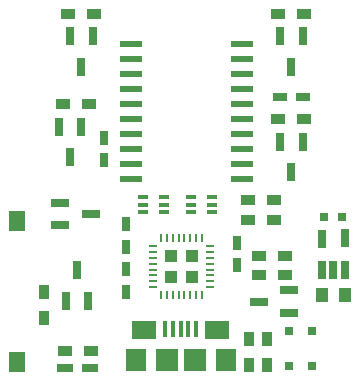
<source format=gbp>
G04 #@! TF.FileFunction,Paste,Bot*
%FSLAX46Y46*%
G04 Gerber Fmt 4.6, Leading zero omitted, Abs format (unit mm)*
G04 Created by KiCad (PCBNEW 4.0.2+dfsg1-stable) date Sun 13 Aug 2017 19:16:48 AEST*
%MOMM*%
G01*
G04 APERTURE LIST*
%ADD10C,0.100000*%
%ADD11R,0.650000X1.560000*%
%ADD12R,0.800000X1.500000*%
%ADD13R,1.200000X0.900000*%
%ADD14R,1.200000X0.750000*%
%ADD15R,0.750000X1.200000*%
%ADD16R,1.000000X1.250000*%
%ADD17R,0.800000X0.750000*%
%ADD18R,0.900000X1.200000*%
%ADD19R,1.500000X0.800000*%
%ADD20R,0.700000X0.650000*%
%ADD21R,1.400000X1.800000*%
%ADD22R,1.950000X0.600000*%
%ADD23R,0.250000X0.700000*%
%ADD24R,0.700000X0.250000*%
%ADD25R,1.035000X1.035000*%
%ADD26R,0.900000X0.300000*%
%ADD27R,1.397000X0.797560*%
%ADD28R,1.900000X1.900000*%
%ADD29R,1.800000X1.900000*%
%ADD30R,0.400000X1.350000*%
%ADD31R,2.100000X1.600000*%
G04 APERTURE END LIST*
D10*
D11*
X217866000Y-117886511D03*
X216916000Y-117886511D03*
X215966000Y-117886511D03*
X215966000Y-115286511D03*
X217866000Y-115186511D03*
D12*
X196149000Y-120553000D03*
X194249000Y-120553000D03*
X195199000Y-117953000D03*
D13*
X196680000Y-96266000D03*
X194480000Y-96266000D03*
X196215000Y-103886000D03*
X194015000Y-103886000D03*
X214460000Y-105156000D03*
X212260000Y-105156000D03*
X214460000Y-96266000D03*
X212260000Y-96266000D03*
D14*
X214310000Y-103251000D03*
X212410000Y-103251000D03*
D15*
X197485000Y-108646000D03*
X197485000Y-106746000D03*
X208788000Y-115636000D03*
X208788000Y-117536000D03*
X199390000Y-114051000D03*
X199390000Y-115951000D03*
D16*
X217940231Y-120015000D03*
X215940231Y-120015000D03*
D15*
X199390000Y-119756000D03*
X199390000Y-117856000D03*
D17*
X217666000Y-113411000D03*
X216166000Y-113411000D03*
D13*
X209720000Y-113665000D03*
X211920000Y-113665000D03*
X209720000Y-112014000D03*
X211920000Y-112014000D03*
X212800000Y-116700000D03*
X210600000Y-116700000D03*
X210600000Y-118300000D03*
X212800000Y-118300000D03*
D18*
X209804000Y-123741000D03*
X209804000Y-125941000D03*
X211328000Y-123741000D03*
X211328000Y-125941000D03*
D13*
X196390000Y-124770000D03*
X194190000Y-124770000D03*
D12*
X194630000Y-98141000D03*
X196530000Y-98141000D03*
X195580000Y-100741000D03*
X193680000Y-105791000D03*
X195580000Y-105791000D03*
X194630000Y-108391000D03*
X212410000Y-98141000D03*
X214310000Y-98141000D03*
X213360000Y-100741000D03*
X212410000Y-107061000D03*
X214310000Y-107061000D03*
X213360000Y-109661000D03*
D19*
X213200000Y-119650000D03*
X213200000Y-121550000D03*
X210600000Y-120600000D03*
D20*
X213172000Y-123112000D03*
X215072000Y-123112000D03*
X215072000Y-126062000D03*
X213172000Y-126062000D03*
D21*
X190119000Y-125730000D03*
X190119000Y-113730000D03*
D22*
X199770000Y-110236000D03*
X199770000Y-108966000D03*
X199770000Y-107696000D03*
X199770000Y-106426000D03*
X199770000Y-105156000D03*
X199770000Y-103886000D03*
X199770000Y-102616000D03*
X199770000Y-101346000D03*
X199770000Y-100076000D03*
X199770000Y-98806000D03*
X209170000Y-98806000D03*
X209170000Y-100076000D03*
X209170000Y-101346000D03*
X209170000Y-102616000D03*
X209170000Y-103886000D03*
X209170000Y-105156000D03*
X209170000Y-106426000D03*
X209170000Y-107696000D03*
X209170000Y-108966000D03*
X209170000Y-110236000D03*
D23*
X202312500Y-115228500D03*
X202812500Y-115228500D03*
X203312500Y-115228500D03*
X203812500Y-115228500D03*
X204312500Y-115228500D03*
X204812500Y-115228500D03*
X205312500Y-115228500D03*
X205812500Y-115228500D03*
D24*
X206462500Y-115878500D03*
X206462500Y-116378500D03*
X206462500Y-116878500D03*
X206462500Y-117378500D03*
X206462500Y-117878500D03*
X206462500Y-118378500D03*
X206462500Y-118878500D03*
X206462500Y-119378500D03*
D23*
X205812500Y-120028500D03*
X205312500Y-120028500D03*
X204812500Y-120028500D03*
X204312500Y-120028500D03*
X203812500Y-120028500D03*
X203312500Y-120028500D03*
X202812500Y-120028500D03*
X202312500Y-120028500D03*
D24*
X201662500Y-119378500D03*
X201662500Y-118878500D03*
X201662500Y-118378500D03*
X201662500Y-117878500D03*
X201662500Y-117378500D03*
X201662500Y-116878500D03*
X201662500Y-116378500D03*
X201662500Y-115878500D03*
D25*
X204925000Y-118491000D03*
X203200000Y-118491000D03*
X204925000Y-116766000D03*
X203200000Y-116766000D03*
D26*
X202576000Y-112395000D03*
X200776000Y-112395000D03*
X200776000Y-111745000D03*
X202576000Y-111745000D03*
X200776000Y-113045000D03*
X202576000Y-113045000D03*
X206640000Y-112395000D03*
X204840000Y-112395000D03*
X204840000Y-111745000D03*
X206640000Y-111745000D03*
X204840000Y-113045000D03*
X206640000Y-113045000D03*
D27*
X194190980Y-126190000D03*
X196289020Y-126190000D03*
D28*
X205200100Y-125564900D03*
X202800100Y-125564900D03*
D29*
X207800100Y-125564900D03*
X200200100Y-125564900D03*
D30*
X202700100Y-122889900D03*
X205300100Y-122889900D03*
X203350100Y-122889900D03*
X204650100Y-122889900D03*
X204000100Y-122889900D03*
D31*
X200900100Y-123014900D03*
X207100100Y-123014900D03*
D19*
X193800000Y-114150000D03*
X193800000Y-112250000D03*
X196400000Y-113200000D03*
D18*
X192400000Y-122000000D03*
X192400000Y-119800000D03*
M02*

</source>
